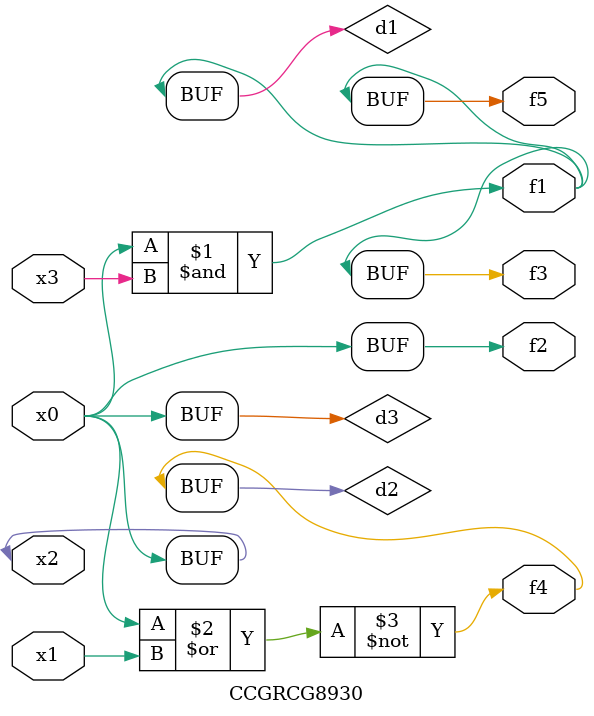
<source format=v>
module CCGRCG8930(
	input x0, x1, x2, x3,
	output f1, f2, f3, f4, f5
);

	wire d1, d2, d3;

	and (d1, x2, x3);
	nor (d2, x0, x1);
	buf (d3, x0, x2);
	assign f1 = d1;
	assign f2 = d3;
	assign f3 = d1;
	assign f4 = d2;
	assign f5 = d1;
endmodule

</source>
